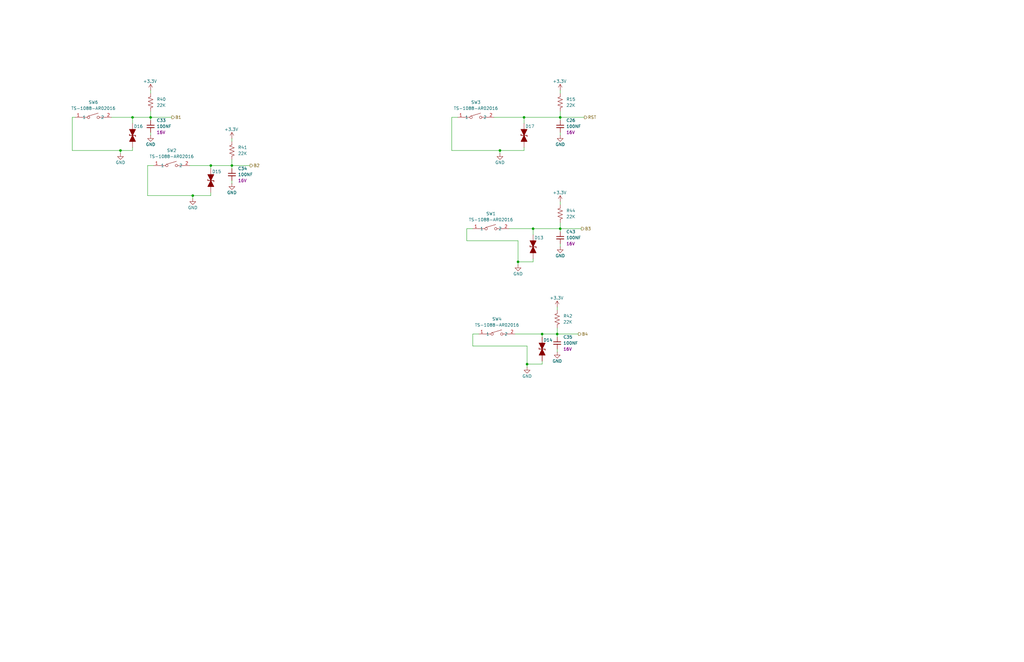
<source format=kicad_sch>
(kicad_sch (version 20250114) (generator "eeschema") (generator_version "9.0")
  (paper "USLedger")
  (title_block (title "RC-KAKATA-CONTROL") (date "2025-12-01") (rev "1.0") (company "ITLA-HUB"))
  (lib_symbols
    (symbol "Diode_TVS_AKL:PESD3V3L1BA" (pin_numbers (hide yes)) (pin_names (offset 1.016) (hide yes))
      (property "Reference" "D" (at 0 5.08 0))
      (property "Value" "PESD3V3L1BA" (at 0 2.54 0))
      (symbol "PESD3V3L1BA_0_1"
        (polyline (pts (xy 0 1.27) (xy 0 -1.27)) (stroke (width 0.254)))
        (polyline (pts (xy 0 1.27) (xy 0.508 1.27)) (stroke (width 0.254)))
        (polyline (pts (xy 0 0) (xy -2.54 1.27) (xy -2.54 -1.27) (xy 0 0)) (stroke (width 0.254)) (fill (type outline)))
        (polyline (pts (xy 0 -1.27) (xy -0.508 -1.27)) (stroke (width 0.254)))
        (polyline (pts (xy 1.27 0) (xy -1.27 0)))
        (polyline (pts (xy 2.54 1.27) (xy 2.54 -1.27) (xy 0 0) (xy 2.54 1.27)) (stroke (width 0.254)) (fill (type outline)))
      )
      (symbol "PESD3V3L1BA_0_2"
        (polyline (pts (xy -3.81 -3.81) (xy 3.81 3.81)))
        (polyline (pts (xy -1.778 -1.778) (xy -2.667 -0.889) (xy 0 0) (xy -0.889 -2.667) (xy -1.778 -1.778)) (stroke (width 0.254)) (fill (type outline)))
        (polyline (pts (xy -0.889 0.889) (xy -1.27 0.508)) (stroke (width 0.254)))
        (polyline (pts (xy -0.889 0.889) (xy 0.889 -0.889)) (stroke (width 0.254)))
        (polyline (pts (xy 0.889 -0.889) (xy 1.27 -0.508)) (stroke (width 0.254)))
        (polyline (pts (xy 1.778 1.778) (xy 2.667 0.889) (xy 0 0) (xy 0.889 2.667) (xy 1.778 1.778)) (stroke (width 0.254)) (fill (type outline)))
      )
      (symbol "PESD3V3L1BA_1_1"
        (pin passive line (at -5.08 0 0) (length 2.54) (name "K") (number "1"))
        (pin passive line (at 5.08 0 180) (length 2.54) (name "A") (number "2"))
      )
      (symbol "PESD3V3L1BA_1_2"
        (pin passive line (at -3.81 -3.81 0) (length 0) (name "A") (number "2"))
        (pin passive line (at 3.81 3.81 180) (length 0) (name "K") (number "1"))
      )
    )
    (symbol "EasyEDA:TS-1088-AR02016"
      (property "Reference" "SW" (at 0 5.08 0))
      (property "Value" "TS-1088-AR02016" (at 0 -5.08 0))
      (symbol "TS-1088-AR02016_0_1"
        (polyline (pts (xy -5.08 0) (xy -2.54 0)))
        (polyline (pts (xy -2.29 0.51) (xy 2.03 1.78)))
        (circle (center -2.03 0) (radius 0.51))
        (circle (center 2.03 0) (radius 0.51))
        (polyline (pts (xy 5.08 0) (xy 2.54 0)))
        (pin unspecified line (at -7.62 0 0) (length 2.54) (name "1") (number "1"))
        (pin unspecified line (at 7.62 0 180) (length 2.54) (name "2") (number "2"))
      )
    )
    (symbol "MG_CAPACITOR:CAP-0603-100NF-16V-X5R" (pin_numbers (hide yes)) (pin_names (offset 0.254) (hide yes))
      (property "Reference" "C" (at 1.905 1.27 0))
      (property "Value" "100NF" (at 4.826 -0.508 0))
      (property "V" "16V" (at 3.556 -2.54 0))
      (symbol "CAP-0603-100NF-16V-X5R_0_1"
        (polyline (pts (xy -1.524 0.508) (xy 1.524 0.508)) (stroke (width 0.3048)))
        (polyline (pts (xy -1.524 -0.508) (xy 1.524 -0.508)) (stroke (width 0.3302)))
      )
      (symbol "CAP-0603-100NF-16V-X5R_1_1"
        (pin passive line (at 0 2.54 270) (length 2.032) (name "~") (number "1"))
        (pin passive line (at 0 -2.54 90) (length 2.032) (name "~") (number "2"))
      )
    )
    (symbol "MG_RESISTOR:RES-0603-10K-1%" (pin_numbers (hide yes)) (pin_names (offset 0))
      (property "Reference" "R" (at 2.54 0 90))
      (property "Value" "10K" (at -2.54 0 90))
      (symbol "RES-0603-10K-1%_0_1"
        (polyline (pts (xy 0 2.286) (xy 0 2.54)))
        (polyline (pts (xy 0 2.286) (xy 1.016 1.905) (xy 0 1.524) (xy -1.016 1.143) (xy 0 0.762)))
        (polyline (pts (xy 0 0.762) (xy 1.016 0.381) (xy 0 0) (xy -1.016 -0.381) (xy 0 -0.762)))
        (polyline (pts (xy 0 -0.762) (xy 1.016 -1.143) (xy 0 -1.524) (xy -1.016 -1.905) (xy 0 -2.286)))
        (polyline (pts (xy 0 -2.286) (xy 0 -2.54)))
      )
      (symbol "RES-0603-10K-1%_1_1"
        (pin passive line (at 0 3.81 270) (length 1.27) (name "~") (number "1"))
        (pin passive line (at 0 -3.81 90) (length 1.27) (name "~") (number "2"))
      )
    )
    (symbol "power:+3.3V" (power) (pin_numbers (hide yes)) (pin_names (offset 0) (hide yes))
      (property "Value" "+3.3V" (at 0 3.556 0))
      (symbol "+3.3V_0_1"
        (polyline (pts (xy -0.762 1.27) (xy 0 2.54)))
        (polyline (pts (xy 0 2.54) (xy 0.762 1.27)))
        (polyline (pts (xy 0 0) (xy 0 2.54)))
      )
      (symbol "+3.3V_1_1"
        (pin power_in line (at 0 0 90) (length 0) (name "~") (number "1"))
      )
    )
    (symbol "power:GND" (power) (pin_numbers (hide yes)) (pin_names (offset 0) (hide yes))
      (property "Value" "GND" (at 0 -3.81 0))
      (symbol "GND_0_1"
        (polyline (pts (xy 0 0) (xy 0 -1.27) (xy 1.27 -1.27) (xy 0 -2.54) (xy -1.27 -1.27) (xy 0 -1.27)))
      )
      (symbol "GND_1_1"
        (pin power_in line (at 0 0 270) (length 0) (name "~") (number "1"))
      )
    )
  )
  (junction (at 50.8 63.5))
  (junction (at 236.22 49.53))
  (junction (at 236.22 96.52))
  (junction (at 88.9 69.85))
  (junction (at 97.79 69.85))
  (junction (at 224.79 96.52))
  (junction (at 228.6 140.97))
  (junction (at 220.98 49.53))
  (junction (at 63.5 49.53))
  (junction (at 222.25 153.67))
  (junction (at 55.88 49.53))
  (junction (at 218.44 110.49))
  (junction (at 210.82 63.5))
  (junction (at 81.28 82.55))
  (junction (at 234.95 140.97))
  (wire (pts (xy 220.98 49.53) (xy 220.98 52.07)))
  (wire (pts (xy 88.9 69.85) (xy 97.79 69.85)))
  (wire (pts (xy 214.63 96.52) (xy 224.79 96.52)))
  (wire (pts (xy 196.85 96.52) (xy 199.39 96.52)))
  (wire (pts (xy 236.22 46.99) (xy 236.22 49.53)))
  (wire (pts (xy 190.5 63.5) (xy 210.82 63.5)))
  (wire (pts (xy 208.28 49.53) (xy 220.98 49.53)))
  (wire (pts (xy 81.28 82.55) (xy 81.28 83.82)))
  (wire (pts (xy 55.88 49.53) (xy 55.88 52.07)))
  (wire (pts (xy 88.9 81.28) (xy 88.9 82.55)))
  (wire (pts (xy 222.25 146.05) (xy 222.25 153.67)))
  (wire (pts (xy 228.6 140.97) (xy 234.95 140.97)))
  (wire (pts (xy 236.22 49.53) (xy 246.38 49.53)))
  (wire (pts (xy 190.5 49.53) (xy 190.5 63.5)))
  (wire (pts (xy 30.48 63.5) (xy 50.8 63.5)))
  (wire (pts (xy 218.44 110.49) (xy 224.79 110.49)))
  (wire (pts (xy 88.9 82.55) (xy 81.28 82.55)))
  (wire (pts (xy 228.6 140.97) (xy 228.6 142.24)))
  (wire (pts (xy 196.85 101.6) (xy 218.44 101.6)))
  (wire (pts (xy 234.95 147.32) (xy 234.95 148.59)))
  (wire (pts (xy 236.22 96.52) (xy 245.11 96.52)))
  (wire (pts (xy 97.79 69.85) (xy 105.41 69.85)))
  (wire (pts (xy 220.98 49.53) (xy 236.22 49.53)))
  (wire (pts (xy 97.79 67.31) (xy 97.79 69.85)))
  (wire (pts (xy 220.98 62.23) (xy 220.98 63.5)))
  (wire (pts (xy 234.95 140.97) (xy 243.84 140.97)))
  (wire (pts (xy 236.22 85.09) (xy 236.22 86.36)))
  (wire (pts (xy 30.48 63.5) (xy 30.48 49.53)))
  (wire (pts (xy 50.8 63.5) (xy 50.8 64.77)))
  (wire (pts (xy 217.17 140.97) (xy 228.6 140.97)))
  (wire (pts (xy 222.25 153.67) (xy 228.6 153.67)))
  (wire (pts (xy 88.9 69.85) (xy 88.9 71.12)))
  (wire (pts (xy 236.22 96.52) (xy 236.22 97.79)))
  (wire (pts (xy 50.8 63.5) (xy 55.88 63.5)))
  (wire (pts (xy 228.6 152.4) (xy 228.6 153.67)))
  (wire (pts (xy 62.23 82.55) (xy 81.28 82.55)))
  (wire (pts (xy 63.5 55.88) (xy 63.5 57.15)))
  (wire (pts (xy 224.79 109.22) (xy 224.79 110.49)))
  (wire (pts (xy 46.99 49.53) (xy 55.88 49.53)))
  (wire (pts (xy 63.5 49.53) (xy 63.5 50.8)))
  (wire (pts (xy 199.39 146.05) (xy 199.39 140.97)))
  (wire (pts (xy 63.5 49.53) (xy 72.39 49.53)))
  (wire (pts (xy 196.85 101.6) (xy 196.85 96.52)))
  (wire (pts (xy 236.22 38.1) (xy 236.22 39.37)))
  (wire (pts (xy 222.25 154.94) (xy 222.25 153.67)))
  (wire (pts (xy 224.79 96.52) (xy 224.79 99.06)))
  (wire (pts (xy 199.39 140.97) (xy 201.93 140.97)))
  (wire (pts (xy 236.22 55.88) (xy 236.22 57.15)))
  (wire (pts (xy 218.44 110.49) (xy 218.44 111.76)))
  (wire (pts (xy 224.79 96.52) (xy 236.22 96.52)))
  (wire (pts (xy 236.22 49.53) (xy 236.22 50.8)))
  (wire (pts (xy 30.48 49.53) (xy 31.75 49.53)))
  (wire (pts (xy 63.5 46.99) (xy 63.5 49.53)))
  (wire (pts (xy 210.82 63.5) (xy 220.98 63.5)))
  (wire (pts (xy 234.95 140.97) (xy 234.95 142.24)))
  (wire (pts (xy 234.95 129.54) (xy 234.95 130.81)))
  (wire (pts (xy 55.88 49.53) (xy 63.5 49.53)))
  (wire (pts (xy 190.5 49.53) (xy 193.04 49.53)))
  (wire (pts (xy 218.44 101.6) (xy 218.44 110.49)))
  (wire (pts (xy 236.22 93.98) (xy 236.22 96.52)))
  (wire (pts (xy 63.5 38.1) (xy 63.5 39.37)))
  (wire (pts (xy 97.79 76.2) (xy 97.79 77.47)))
  (wire (pts (xy 97.79 69.85) (xy 97.79 71.12)))
  (wire (pts (xy 234.95 138.43) (xy 234.95 140.97)))
  (wire (pts (xy 210.82 63.5) (xy 210.82 64.77)))
  (wire (pts (xy 64.77 69.85) (xy 62.23 69.85)))
  (wire (pts (xy 55.88 62.23) (xy 55.88 63.5)))
  (wire (pts (xy 62.23 69.85) (xy 62.23 82.55)))
  (wire (pts (xy 199.39 146.05) (xy 222.25 146.05)))
  (wire (pts (xy 80.01 69.85) (xy 88.9 69.85)))
  (wire (pts (xy 97.79 58.42) (xy 97.79 59.69)))
  (wire (pts (xy 236.22 102.87) (xy 236.22 104.14)))
  (hierarchical_label "B4" (shape output) (at 243.84 140.97 0))
  (hierarchical_label "B2" (shape output) (at 105.41 69.85 0))
  (hierarchical_label "RST" (shape output) (at 246.38 49.53 0))
  (hierarchical_label "B1" (shape output) (at 72.39 49.53 0))
  (hierarchical_label "B3" (shape output) (at 245.11 96.52 0))
  (symbol (lib_id "EasyEDA:TS-1088-AR02016") (at 209.55 140.97 0) (unit 1)
    (property "Reference" "SW4" (at 209.55 134.62 0))
    (property "Value" "TS-1088-AR02016" (at 209.55 137.16 0))
    (property "Footprint" "EasyEDA:SW-SMD_L3.9-W3.0-P4.45" (effects (hide yes)))
    (property "Datasheet" "https://lcsc.com/product-detail/Tactile-Switches_XUNPU-TS-1088-AR02016_C720477.html" (effects (hide yes)))
    (property "LCSC Part" "C720477" (effects (hide yes)))
  )
  (symbol (lib_id "power:+3.3V") (at 63.5 38.1 0) (unit 1)
    (property "Reference" "#PWR41" (effects (hide yes)))
    (property "Value" "+3.3V" (at 63.246 34.29 0))
    (property "Description" "Power symbol creates a global label with name \"+3.3V\"" (effects (hide yes)))
  )
  (symbol (lib_id "power:GND") (at 210.82 64.77 0) (unit 1)
    (property "Reference" "#PWR94" (effects (hide yes)))
    (property "Value" "GND" (at 210.82 68.58 0))
    (property "Description" "Power symbol creates a global label with name \"GND\" , ground" (effects (hide yes)))
  )
  (symbol (lib_id "Diode_TVS_AKL:PESD3V3L1BA") (at 220.98 57.15 90) (unit 1)
    (property "Reference" "D17" (at 221.488 53.34 90) (effects (justify right)))
    (property "Value" "PESD3V3L1BA" (effects (hide yes)))
    (property "Footprint" "Diode_SMD_AKL:D_SOD-323_TVS" (effects (hide yes)))
    (property "Datasheet" "https://www.tme.eu/Document/952767affdffba4b305eacda1aae6cd9/PESD24VL1BA-DTE.pdf" (effects (hide yes)))
    (property "Description" "SOD-323 Bidirectional TVS Diode, 3.3V, 500W, Alternate KiCAD Library" (effects (hide yes)))
    (property "LCSC Part" "C51450" (effects (hide yes)))
  )
  (symbol (lib_id "power:GND") (at 218.44 111.76 0) (unit 1)
    (property "Reference" "#PWR111" (effects (hide yes)))
    (property "Value" "GND" (at 218.44 115.57 0))
    (property "Description" "Power symbol creates a global label with name \"GND\" , ground" (effects (hide yes)))
  )
  (symbol (lib_id "MG_RESISTOR:RES-0603-10K-1%") (at 234.95 134.62 0) (mirror y) (unit 1)
    (property "Reference" "R42" (at 237.49 133.3499 0) (effects (justify right)))
    (property "Value" "22K" (at 237.49 135.8899 0) (effects (justify right)))
    (property "Footprint" "4ms_Resistor:R_0603" (effects (hide yes)))
    (property "Description" "Resistor, US symbol" (effects (hide yes)))
    (property "TOL" "1%" (effects (hide yes)))
    (property "PWR" "1/10" (effects (hide yes)))
    (property "Part Number" "RC0603FR-0710KL" (effects (hide yes)))
    (property "Manufacturer" "YAGEO" (effects (hide yes)))
    (property "Footprint Name" "0603" (effects (hide yes)))
    (property "LCSC Part" "C114065" (effects (hide yes)))
  )
  (symbol (lib_id "power:GND") (at 63.5 57.15 0) (unit 1)
    (property "Reference" "#PWR81" (effects (hide yes)))
    (property "Value" "GND" (at 63.5 60.96 0))
    (property "Description" "Power symbol creates a global label with name \"GND\" , ground" (effects (hide yes)))
  )
  (symbol (lib_id "EasyEDA:TS-1088-AR02016") (at 200.66 49.53 0) (unit 1)
    (property "Reference" "SW3" (at 200.66 43.18 0))
    (property "Value" "TS-1088-AR02016" (at 200.66 45.72 0))
    (property "Footprint" "EasyEDA:SW-SMD_L3.9-W3.0-P4.45" (effects (hide yes)))
    (property "Datasheet" "https://lcsc.com/product-detail/Tactile-Switches_XUNPU-TS-1088-AR02016_C720477.html" (effects (hide yes)))
    (property "LCSC Part" "C720477" (effects (hide yes)))
  )
  (symbol (lib_id "MG_RESISTOR:RES-0603-10K-1%") (at 236.22 43.18 0) (mirror y) (unit 1)
    (property "Reference" "R15" (at 238.76 41.9099 0) (effects (justify right)))
    (property "Value" "22K" (at 238.76 44.4499 0) (effects (justify right)))
    (property "Footprint" "4ms_Resistor:R_0603" (effects (hide yes)))
    (property "Description" "Resistor, US symbol" (effects (hide yes)))
    (property "TOL" "1%" (effects (hide yes)))
    (property "PWR" "1/10" (effects (hide yes)))
    (property "Part Number" "RC0603FR-0710KL" (effects (hide yes)))
    (property "Manufacturer" "YAGEO" (effects (hide yes)))
    (property "Footprint Name" "0603" (effects (hide yes)))
    (property "LCSC Part" "C114065" (effects (hide yes)))
  )
  (symbol (lib_id "Diode_TVS_AKL:PESD3V3L1BA") (at 55.88 57.15 90) (unit 1)
    (property "Reference" "D16" (at 56.388 53.34 90) (effects (justify right)))
    (property "Value" "PESD3V3L1BA" (effects (hide yes)))
    (property "Footprint" "Diode_SMD_AKL:D_SOD-323_TVS" (effects (hide yes)))
    (property "Datasheet" "https://www.tme.eu/Document/952767affdffba4b305eacda1aae6cd9/PESD24VL1BA-DTE.pdf" (effects (hide yes)))
    (property "Description" "SOD-323 Bidirectional TVS Diode, 3.3V, 500W, Alternate KiCAD Library" (effects (hide yes)))
    (property "LCSC Part" "C51450" (effects (hide yes)))
  )
  (symbol (lib_id "power:GND") (at 236.22 57.15 0) (unit 1)
    (property "Reference" "#PWR82" (effects (hide yes)))
    (property "Value" "GND" (at 236.22 60.96 0))
    (property "Description" "Power symbol creates a global label with name \"GND\" , ground" (effects (hide yes)))
  )
  (symbol (lib_id "EasyEDA:TS-1088-AR02016") (at 39.37 49.53 0) (unit 1)
    (property "Reference" "SW6" (at 39.37 43.18 0))
    (property "Value" "TS-1088-AR02016" (at 39.37 45.72 0))
    (property "Footprint" "EasyEDA:SW-SMD_L3.9-W3.0-P4.45" (effects (hide yes)))
    (property "Datasheet" "https://lcsc.com/product-detail/Tactile-Switches_XUNPU-TS-1088-AR02016_C720477.html" (effects (hide yes)))
    (property "LCSC Part" "C720477" (effects (hide yes)))
  )
  (symbol (lib_id "Diode_TVS_AKL:PESD3V3L1BA") (at 224.79 104.14 90) (unit 1)
    (property "Reference" "D13" (at 225.298 100.33 90) (effects (justify right)))
    (property "Value" "PESD3V3L1BA" (effects (hide yes)))
    (property "Footprint" "Diode_SMD_AKL:D_SOD-323_TVS" (effects (hide yes)))
    (property "Datasheet" "https://www.tme.eu/Document/952767affdffba4b305eacda1aae6cd9/PESD24VL1BA-DTE.pdf" (effects (hide yes)))
    (property "Description" "SOD-323 Bidirectional TVS Diode, 3.3V, 500W, Alternate KiCAD Library" (effects (hide yes)))
    (property "LCSC Part" "C51450" (effects (hide yes)))
  )
  (symbol (lib_id "power:GND") (at 236.22 104.14 0) (unit 1)
    (property "Reference" "#PWR113" (effects (hide yes)))
    (property "Value" "GND" (at 236.22 107.95 0))
    (property "Description" "Power symbol creates a global label with name \"GND\" , ground" (effects (hide yes)))
  )
  (symbol (lib_id "EasyEDA:TS-1088-AR02016") (at 72.39 69.85 0) (unit 1)
    (property "Reference" "SW2" (at 72.39 63.5 0))
    (property "Value" "TS-1088-AR02016" (at 72.39 66.04 0))
    (property "Footprint" "EasyEDA:SW-SMD_L3.9-W3.0-P4.45" (effects (hide yes)))
    (property "Datasheet" "https://lcsc.com/product-detail/Tactile-Switches_XUNPU-TS-1088-AR02016_C720477.html" (effects (hide yes)))
    (property "LCSC Part" "C720477" (effects (hide yes)))
  )
  (symbol (lib_id "power:+3.3V") (at 97.79 58.42 0) (unit 1)
    (property "Reference" "#PWR96" (effects (hide yes)))
    (property "Value" "+3.3V" (at 97.536 54.61 0))
    (property "Description" "Power symbol creates a global label with name \"+3.3V\"" (effects (hide yes)))
  )
  (symbol (lib_id "MG_RESISTOR:RES-0603-10K-1%") (at 97.79 63.5 0) (mirror y) (unit 1)
    (property "Reference" "R41" (at 100.33 62.2299 0) (effects (justify right)))
    (property "Value" "22K" (at 100.33 64.7699 0) (effects (justify right)))
    (property "Footprint" "4ms_Resistor:R_0603" (effects (hide yes)))
    (property "Description" "Resistor, US symbol" (effects (hide yes)))
    (property "TOL" "1%" (effects (hide yes)))
    (property "PWR" "1/10" (effects (hide yes)))
    (property "Part Number" "RC0603FR-0710KL" (effects (hide yes)))
    (property "Manufacturer" "YAGEO" (effects (hide yes)))
    (property "Footprint Name" "0603" (effects (hide yes)))
    (property "LCSC Part" "C114065" (effects (hide yes)))
  )
  (symbol (lib_id "power:GND") (at 50.8 64.77 0) (unit 1)
    (property "Reference" "#PWR40" (effects (hide yes)))
    (property "Value" "GND" (at 50.8 68.58 0))
    (property "Description" "Power symbol creates a global label with name \"GND\" , ground" (effects (hide yes)))
  )
  (symbol (lib_id "power:GND") (at 97.79 77.47 0) (unit 1)
    (property "Reference" "#PWR97" (effects (hide yes)))
    (property "Value" "GND" (at 97.79 81.28 0))
    (property "Description" "Power symbol creates a global label with name \"GND\" , ground" (effects (hide yes)))
  )
  (symbol (lib_id "Diode_TVS_AKL:PESD3V3L1BA") (at 228.6 147.32 90) (unit 1)
    (property "Reference" "D14" (at 229.108 143.51 90) (effects (justify right)))
    (property "Value" "PESD3V3L1BA" (effects (hide yes)))
    (property "Footprint" "Diode_SMD_AKL:D_SOD-323_TVS" (effects (hide yes)))
    (property "Datasheet" "https://www.tme.eu/Document/952767affdffba4b305eacda1aae6cd9/PESD24VL1BA-DTE.pdf" (effects (hide yes)))
    (property "Description" "SOD-323 Bidirectional TVS Diode, 3.3V, 500W, Alternate KiCAD Library" (effects (hide yes)))
    (property "LCSC Part" "C51450" (effects (hide yes)))
  )
  (symbol (lib_id "MG_CAPACITOR:CAP-0603-100NF-16V-X5R") (at 63.5 53.34 0) (unit 1)
    (property "Reference" "C33" (at 66.04 50.8062 0) (effects (justify left)))
    (property "Value" "100NF" (at 66.04 53.3462 0) (effects (justify left)))
    (property "Footprint" "4ms_Capacitor:C_0603" (effects (hide yes)))
    (property "Description" "0.1uF, Min. 16V 10%, X7R or X5R or similar" (effects (hide yes)))
    (property "Specifications" "0.1uF, Min. 16V 10%, X7R or X5R or similar" (effects (hide yes)))
    (property "Manufacturer" "AVX Corporation" (effects (hide yes)))
    (property "Part Number" "0603YC104KAT2A" (effects (hide yes)))
    (property "Display" "0.1uF" (effects (hide yes)))
    (property "JLCPCB ID" "C14663" (effects (hide yes)))
    (property "V" "16V" (at 66.04 55.8862 0) (effects (justify left)))
    (property "LCSC Part" "C109474" (effects (hide yes)))
  )
  (symbol (lib_id "EasyEDA:TS-1088-AR02016") (at 207.01 96.52 0) (unit 1)
    (property "Reference" "SW1" (at 207.01 90.17 0))
    (property "Value" "TS-1088-AR02016" (at 207.01 92.71 0))
    (property "Footprint" "EasyEDA:SW-SMD_L3.9-W3.0-P4.45" (effects (hide yes)))
    (property "Datasheet" "https://lcsc.com/product-detail/Tactile-Switches_XUNPU-TS-1088-AR02016_C720477.html" (effects (hide yes)))
    (property "LCSC Part" "C720477" (effects (hide yes)))
  )
  (symbol (lib_id "power:+3.3V") (at 236.22 38.1 0) (unit 1)
    (property "Reference" "#PWR84" (effects (hide yes)))
    (property "Value" "+3.3V" (at 235.966 34.29 0))
    (property "Description" "Power symbol creates a global label with name \"+3.3V\"" (effects (hide yes)))
  )
  (symbol (lib_id "MG_CAPACITOR:CAP-0603-100NF-16V-X5R") (at 234.95 144.78 0) (unit 1)
    (property "Reference" "C35" (at 237.49 142.2462 0) (effects (justify left)))
    (property "Value" "100NF" (at 237.49 144.7862 0) (effects (justify left)))
    (property "Footprint" "4ms_Capacitor:C_0603" (effects (hide yes)))
    (property "Description" "0.1uF, Min. 16V 10%, X7R or X5R or similar" (effects (hide yes)))
    (property "Specifications" "0.1uF, Min. 16V 10%, X7R or X5R or similar" (effects (hide yes)))
    (property "Manufacturer" "AVX Corporation" (effects (hide yes)))
    (property "Part Number" "0603YC104KAT2A" (effects (hide yes)))
    (property "Display" "0.1uF" (effects (hide yes)))
    (property "JLCPCB ID" "C14663" (effects (hide yes)))
    (property "V" "16V" (at 237.49 147.3262 0) (effects (justify left)))
    (property "LCSC Part" "C109474" (effects (hide yes)))
  )
  (symbol (lib_id "MG_RESISTOR:RES-0603-10K-1%") (at 236.22 90.17 0) (mirror y) (unit 1)
    (property "Reference" "R44" (at 238.76 88.8999 0) (effects (justify right)))
    (property "Value" "22K" (at 238.76 91.4399 0) (effects (justify right)))
    (property "Footprint" "4ms_Resistor:R_0603" (effects (hide yes)))
    (property "Description" "Resistor, US symbol" (effects (hide yes)))
    (property "TOL" "1%" (effects (hide yes)))
    (property "PWR" "1/10" (effects (hide yes)))
    (property "Part Number" "RC0603FR-0710KL" (effects (hide yes)))
    (property "Manufacturer" "YAGEO" (effects (hide yes)))
    (property "Footprint Name" "0603" (effects (hide yes)))
    (property "LCSC Part" "C114065" (effects (hide yes)))
  )
  (symbol (lib_id "power:+3.3V") (at 234.95 129.54 0) (unit 1)
    (property "Reference" "#PWR99" (effects (hide yes)))
    (property "Value" "+3.3V" (at 234.696 125.73 0))
    (property "Description" "Power symbol creates a global label with name \"+3.3V\"" (effects (hide yes)))
  )
  (symbol (lib_id "MG_CAPACITOR:CAP-0603-100NF-16V-X5R") (at 236.22 53.34 0) (unit 1)
    (property "Reference" "C26" (at 238.76 50.8062 0) (effects (justify left)))
    (property "Value" "100NF" (at 238.76 53.3462 0) (effects (justify left)))
    (property "Footprint" "4ms_Capacitor:C_0603" (effects (hide yes)))
    (property "Description" "0.1uF, Min. 16V 10%, X7R or X5R or similar" (effects (hide yes)))
    (property "Specifications" "0.1uF, Min. 16V 10%, X7R or X5R or similar" (effects (hide yes)))
    (property "Manufacturer" "AVX Corporation" (effects (hide yes)))
    (property "Part Number" "0603YC104KAT2A" (effects (hide yes)))
    (property "Display" "0.1uF" (effects (hide yes)))
    (property "JLCPCB ID" "C14663" (effects (hide yes)))
    (property "V" "16V" (at 238.76 55.8862 0) (effects (justify left)))
    (property "LCSC Part" "C109474" (effects (hide yes)))
  )
  (symbol (lib_id "power:GND") (at 222.25 154.94 0) (unit 1)
    (property "Reference" "#PWR98" (effects (hide yes)))
    (property "Value" "GND" (at 222.25 158.75 0))
    (property "Description" "Power symbol creates a global label with name \"GND\" , ground" (effects (hide yes)))
  )
  (symbol (lib_id "MG_CAPACITOR:CAP-0603-100NF-16V-X5R") (at 236.22 100.33 0) (unit 1)
    (property "Reference" "C43" (at 238.76 97.7962 0) (effects (justify left)))
    (property "Value" "100NF" (at 238.76 100.3362 0) (effects (justify left)))
    (property "Footprint" "4ms_Capacitor:C_0603" (effects (hide yes)))
    (property "Description" "0.1uF, Min. 16V 10%, X7R or X5R or similar" (effects (hide yes)))
    (property "Specifications" "0.1uF, Min. 16V 10%, X7R or X5R or similar" (effects (hide yes)))
    (property "Manufacturer" "AVX Corporation" (effects (hide yes)))
    (property "Part Number" "0603YC104KAT2A" (effects (hide yes)))
    (property "Display" "0.1uF" (effects (hide yes)))
    (property "JLCPCB ID" "C14663" (effects (hide yes)))
    (property "V" "16V" (at 238.76 102.8762 0) (effects (justify left)))
    (property "LCSC Part" "C109474" (effects (hide yes)))
  )
  (symbol (lib_id "Diode_TVS_AKL:PESD3V3L1BA") (at 88.9 76.2 90) (unit 1)
    (property "Reference" "D15" (at 89.408 72.39 90) (effects (justify right)))
    (property "Value" "PESD3V3L1BA" (effects (hide yes)))
    (property "Footprint" "Diode_SMD_AKL:D_SOD-323_TVS" (effects (hide yes)))
    (property "Datasheet" "https://www.tme.eu/Document/952767affdffba4b305eacda1aae6cd9/PESD24VL1BA-DTE.pdf" (effects (hide yes)))
    (property "Description" "SOD-323 Bidirectional TVS Diode, 3.3V, 500W, Alternate KiCAD Library" (effects (hide yes)))
    (property "LCSC Part" "C51450" (effects (hide yes)))
  )
  (symbol (lib_id "power:GND") (at 81.28 83.82 0) (unit 1)
    (property "Reference" "#PWR95" (effects (hide yes)))
    (property "Value" "GND" (at 81.28 87.63 0))
    (property "Description" "Power symbol creates a global label with name \"GND\" , ground" (effects (hide yes)))
  )
  (symbol (lib_id "MG_RESISTOR:RES-0603-10K-1%") (at 63.5 43.18 0) (mirror y) (unit 1)
    (property "Reference" "R40" (at 66.04 41.9099 0) (effects (justify right)))
    (property "Value" "22K" (at 66.04 44.4499 0) (effects (justify right)))
    (property "Footprint" "4ms_Resistor:R_0603" (effects (hide yes)))
    (property "Description" "Resistor, US symbol" (effects (hide yes)))
    (property "TOL" "1%" (effects (hide yes)))
    (property "PWR" "1/10" (effects (hide yes)))
    (property "Part Number" "RC0603FR-0710KL" (effects (hide yes)))
    (property "Manufacturer" "YAGEO" (effects (hide yes)))
    (property "Footprint Name" "0603" (effects (hide yes)))
    (property "LCSC Part" "C114065" (effects (hide yes)))
  )
  (symbol (lib_id "power:+3.3V") (at 236.22 85.09 0) (unit 1)
    (property "Reference" "#PWR112" (effects (hide yes)))
    (property "Value" "+3.3V" (at 235.966 81.28 0))
    (property "Description" "Power symbol creates a global label with name \"+3.3V\"" (effects (hide yes)))
  )
  (symbol (lib_id "power:GND") (at 234.95 148.59 0) (unit 1)
    (property "Reference" "#PWR100" (effects (hide yes)))
    (property "Value" "GND" (at 234.95 152.4 0))
    (property "Description" "Power symbol creates a global label with name \"GND\" , ground" (effects (hide yes)))
  )
  (symbol (lib_id "MG_CAPACITOR:CAP-0603-100NF-16V-X5R") (at 97.79 73.66 0) (unit 1)
    (property "Reference" "C34" (at 100.33 71.1262 0) (effects (justify left)))
    (property "Value" "100NF" (at 100.33 73.6662 0) (effects (justify left)))
    (property "Footprint" "4ms_Capacitor:C_0603" (effects (hide yes)))
    (property "Description" "0.1uF, Min. 16V 10%, X7R or X5R or similar" (effects (hide yes)))
    (property "Specifications" "0.1uF, Min. 16V 10%, X7R or X5R or similar" (effects (hide yes)))
    (property "Manufacturer" "AVX Corporation" (effects (hide yes)))
    (property "Part Number" "0603YC104KAT2A" (effects (hide yes)))
    (property "Display" "0.1uF" (effects (hide yes)))
    (property "JLCPCB ID" "C14663" (effects (hide yes)))
    (property "V" "16V" (at 100.33 76.2062 0) (effects (justify left)))
    (property "LCSC Part" "C109474" (effects (hide yes)))
  )
)
</source>
